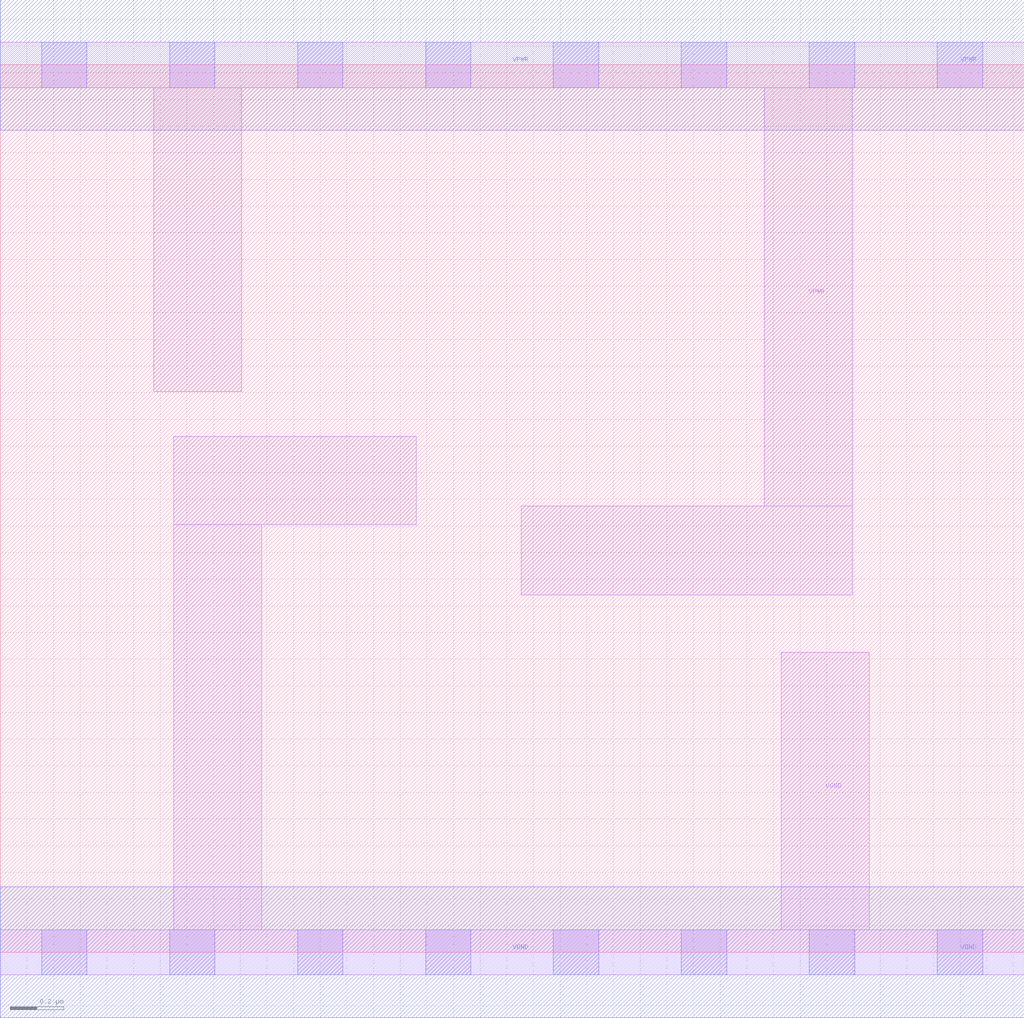
<source format=lef>
# Copyright 2020 The SkyWater PDK Authors
#
# Licensed under the Apache License, Version 2.0 (the "License");
# you may not use this file except in compliance with the License.
# You may obtain a copy of the License at
#
#     https://www.apache.org/licenses/LICENSE-2.0
#
# Unless required by applicable law or agreed to in writing, software
# distributed under the License is distributed on an "AS IS" BASIS,
# WITHOUT WARRANTIES OR CONDITIONS OF ANY KIND, either express or implied.
# See the License for the specific language governing permissions and
# limitations under the License.
#
# SPDX-License-Identifier: Apache-2.0

VERSION 5.7 ;
  NAMESCASESENSITIVE ON ;
  NOWIREEXTENSIONATPIN ON ;
  DIVIDERCHAR "/" ;
  BUSBITCHARS "[]" ;
UNITS
  DATABASE MICRONS 200 ;
END UNITS
MACRO sky130_fd_sc_lp__decap_8
  CLASS CORE SPACER ;
  SOURCE USER ;
  FOREIGN sky130_fd_sc_lp__decap_8 ;
  ORIGIN  0.000000  0.000000 ;
  SIZE  3.840000 BY  3.330000 ;
  SYMMETRY X Y R90 ;
  SITE unit ;
  PIN VGND
    DIRECTION INOUT ;
    USE GROUND ;
    PORT
      LAYER li1 ;
        RECT 0.000000 -0.085000 3.840000 0.085000 ;
        RECT 0.650000  0.085000 0.980000 1.605000 ;
        RECT 0.650000  1.605000 1.560000 1.935000 ;
        RECT 2.930000  0.085000 3.260000 1.125000 ;
      LAYER mcon ;
        RECT 0.155000 -0.085000 0.325000 0.085000 ;
        RECT 0.635000 -0.085000 0.805000 0.085000 ;
        RECT 1.115000 -0.085000 1.285000 0.085000 ;
        RECT 1.595000 -0.085000 1.765000 0.085000 ;
        RECT 2.075000 -0.085000 2.245000 0.085000 ;
        RECT 2.555000 -0.085000 2.725000 0.085000 ;
        RECT 3.035000 -0.085000 3.205000 0.085000 ;
        RECT 3.515000 -0.085000 3.685000 0.085000 ;
      LAYER met1 ;
        RECT 0.000000 -0.245000 3.840000 0.245000 ;
    END
  END VGND
  PIN VPWR
    DIRECTION INOUT ;
    USE POWER ;
    PORT
      LAYER li1 ;
        RECT 0.000000 3.245000 3.840000 3.415000 ;
        RECT 0.575000 2.105000 0.905000 3.245000 ;
        RECT 1.955000 1.340000 3.195000 1.675000 ;
        RECT 2.865000 1.675000 3.195000 3.245000 ;
      LAYER mcon ;
        RECT 0.155000 3.245000 0.325000 3.415000 ;
        RECT 0.635000 3.245000 0.805000 3.415000 ;
        RECT 1.115000 3.245000 1.285000 3.415000 ;
        RECT 1.595000 3.245000 1.765000 3.415000 ;
        RECT 2.075000 3.245000 2.245000 3.415000 ;
        RECT 2.555000 3.245000 2.725000 3.415000 ;
        RECT 3.035000 3.245000 3.205000 3.415000 ;
        RECT 3.515000 3.245000 3.685000 3.415000 ;
      LAYER met1 ;
        RECT 0.000000 3.085000 3.840000 3.575000 ;
    END
  END VPWR
END sky130_fd_sc_lp__decap_8

</source>
